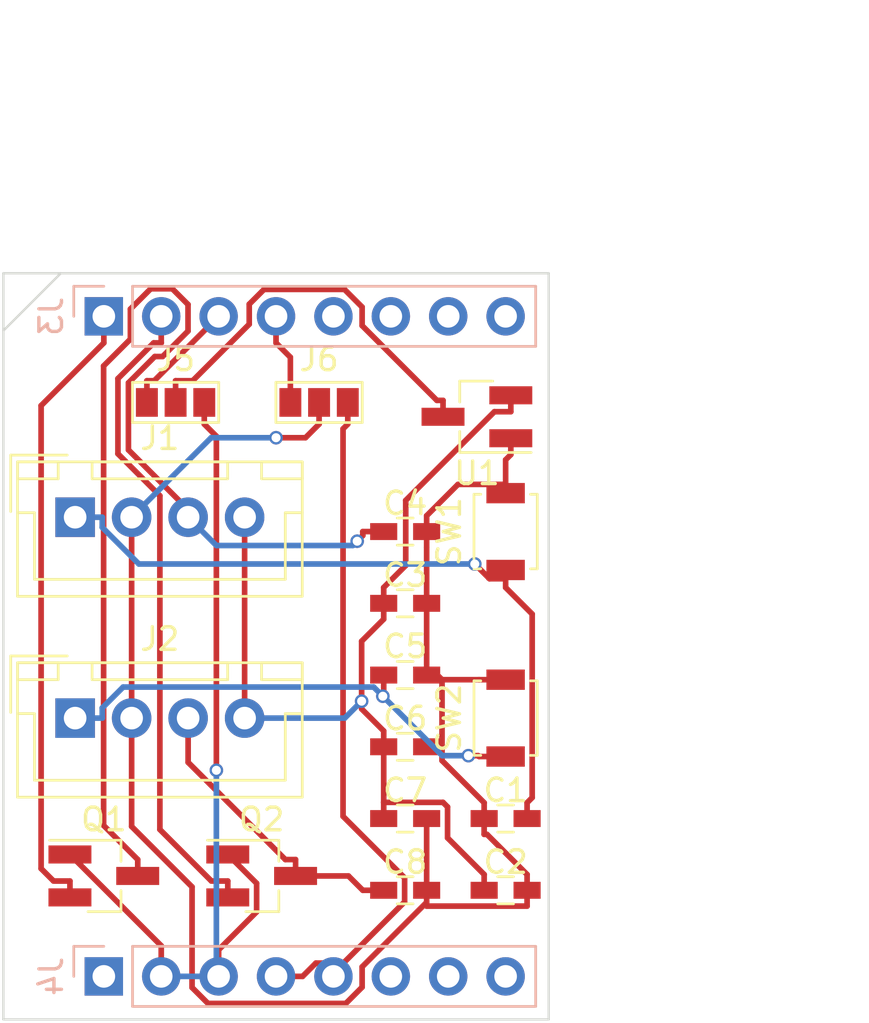
<source format=kicad_pcb>
(kicad_pcb (version 4) (host pcbnew 4.0.7-e2-6376~58~ubuntu17.04.1)

  (general
    (links 38)
    (no_connects 0)
    (area 154.254999 89.484999 178.485001 122.605001)
    (thickness 1.6)
    (drawings 7)
    (tracks 181)
    (zones 0)
    (modules 19)
    (nets 22)
  )

  (page A4)
  (layers
    (0 F.Cu signal)
    (31 B.Cu signal)
    (32 B.Adhes user)
    (33 F.Adhes user)
    (34 B.Paste user)
    (35 F.Paste user)
    (36 B.SilkS user)
    (37 F.SilkS user)
    (38 B.Mask user)
    (39 F.Mask user)
    (40 Dwgs.User user)
    (41 Cmts.User user)
    (42 Eco1.User user)
    (43 Eco2.User user)
    (44 Edge.Cuts user)
    (45 Margin user)
    (46 B.CrtYd user)
    (47 F.CrtYd user)
    (48 B.Fab user)
    (49 F.Fab user)
  )

  (setup
    (last_trace_width 0.25)
    (trace_clearance 0.2)
    (zone_clearance 0.508)
    (zone_45_only no)
    (trace_min 0.2)
    (segment_width 0.2)
    (edge_width 0.1)
    (via_size 0.6)
    (via_drill 0.4)
    (via_min_size 0.4)
    (via_min_drill 0.3)
    (uvia_size 0.3)
    (uvia_drill 0.1)
    (uvias_allowed no)
    (uvia_min_size 0.2)
    (uvia_min_drill 0.1)
    (pcb_text_width 0.3)
    (pcb_text_size 1.5 1.5)
    (mod_edge_width 0.15)
    (mod_text_size 1 1)
    (mod_text_width 0.15)
    (pad_size 1.5 1.5)
    (pad_drill 0.6)
    (pad_to_mask_clearance 0)
    (aux_axis_origin 0 0)
    (visible_elements FFFFFF7F)
    (pcbplotparams
      (layerselection 0x00030_80000001)
      (usegerberextensions false)
      (excludeedgelayer true)
      (linewidth 0.100000)
      (plotframeref false)
      (viasonmask false)
      (mode 1)
      (useauxorigin false)
      (hpglpennumber 1)
      (hpglpenspeed 20)
      (hpglpendiameter 15)
      (hpglpenoverlay 2)
      (psnegative false)
      (psa4output false)
      (plotreference true)
      (plotvalue true)
      (plotinvisibletext false)
      (padsonsilk false)
      (subtractmaskfromsilk false)
      (outputformat 1)
      (mirror false)
      (drillshape 1)
      (scaleselection 1)
      (outputdirectory ""))
  )

  (net 0 "")
  (net 1 "Net-(C1-Pad1)")
  (net 2 "Net-(C1-Pad2)")
  (net 3 +5V)
  (net 4 /D3_5V)
  (net 5 "Net-(C5-Pad2)")
  (net 6 /D4_5V)
  (net 7 /D3)
  (net 8 /D4)
  (net 9 /D5)
  (net 10 /D6)
  (net 11 /D7)
  (net 12 /A0)
  (net 13 /A1)
  (net 14 /BAT+)
  (net 15 +3V3)
  (net 16 GND)
  (net 17 /A4)
  (net 18 /A5)
  (net 19 "Net-(J5-Pad2)")
  (net 20 /A6)
  (net 21 /A7)

  (net_class Default "Ceci est la Netclass par défaut"
    (clearance 0.2)
    (trace_width 0.25)
    (via_dia 0.6)
    (via_drill 0.4)
    (uvia_dia 0.3)
    (uvia_drill 0.1)
    (add_net +3V3)
    (add_net +5V)
    (add_net /A0)
    (add_net /A1)
    (add_net /A4)
    (add_net /A5)
    (add_net /A6)
    (add_net /A7)
    (add_net /BAT+)
    (add_net /D3)
    (add_net /D3_5V)
    (add_net /D4)
    (add_net /D4_5V)
    (add_net /D5)
    (add_net /D6)
    (add_net /D7)
    (add_net GND)
    (add_net "Net-(C1-Pad1)")
    (add_net "Net-(C1-Pad2)")
    (add_net "Net-(C5-Pad2)")
    (add_net "Net-(J5-Pad2)")
  )

  (module Capacitors_SMD:C_0603_HandSoldering (layer F.Cu) (tedit 59CD1E65) (tstamp 59CD1B7F)
    (at 176.53 113.665)
    (descr "Capacitor SMD 0603, hand soldering")
    (tags "capacitor 0603")
    (path /598082BB)
    (attr smd)
    (fp_text reference C1 (at 0 -1.25) (layer F.SilkS)
      (effects (font (size 1 1) (thickness 0.15)))
    )
    (fp_text value 100nF (at 0 1.5) (layer F.Fab) hide
      (effects (font (size 1 1) (thickness 0.15)))
    )
    (fp_text user %R (at 0 -1.25) (layer F.Fab)
      (effects (font (size 1 1) (thickness 0.15)))
    )
    (fp_line (start -0.8 0.4) (end -0.8 -0.4) (layer F.Fab) (width 0.1))
    (fp_line (start 0.8 0.4) (end -0.8 0.4) (layer F.Fab) (width 0.1))
    (fp_line (start 0.8 -0.4) (end 0.8 0.4) (layer F.Fab) (width 0.1))
    (fp_line (start -0.8 -0.4) (end 0.8 -0.4) (layer F.Fab) (width 0.1))
    (fp_line (start -0.35 -0.6) (end 0.35 -0.6) (layer F.SilkS) (width 0.12))
    (fp_line (start 0.35 0.6) (end -0.35 0.6) (layer F.SilkS) (width 0.12))
    (fp_line (start -1.8 -0.65) (end 1.8 -0.65) (layer F.CrtYd) (width 0.05))
    (fp_line (start -1.8 -0.65) (end -1.8 0.65) (layer F.CrtYd) (width 0.05))
    (fp_line (start 1.8 0.65) (end 1.8 -0.65) (layer F.CrtYd) (width 0.05))
    (fp_line (start 1.8 0.65) (end -1.8 0.65) (layer F.CrtYd) (width 0.05))
    (pad 1 smd rect (at -0.95 0) (size 1.2 0.75) (layers F.Cu F.Paste F.Mask)
      (net 1 "Net-(C1-Pad1)"))
    (pad 2 smd rect (at 0.95 0) (size 1.2 0.75) (layers F.Cu F.Paste F.Mask)
      (net 2 "Net-(C1-Pad2)"))
    (model Capacitors_SMD.3dshapes/C_0603.wrl
      (at (xyz 0 0 0))
      (scale (xyz 1 1 1))
      (rotate (xyz 0 0 0))
    )
  )

  (module Capacitors_SMD:C_0603_HandSoldering (layer F.Cu) (tedit 59CD1E6E) (tstamp 59CD1B85)
    (at 176.53 116.84)
    (descr "Capacitor SMD 0603, hand soldering")
    (tags "capacitor 0603")
    (path /59808564)
    (attr smd)
    (fp_text reference C2 (at 0 -1.25) (layer F.SilkS)
      (effects (font (size 1 1) (thickness 0.15)))
    )
    (fp_text value 10uF (at 0 1.5) (layer F.Fab) hide
      (effects (font (size 1 1) (thickness 0.15)))
    )
    (fp_text user %R (at 0 -1.25) (layer F.Fab)
      (effects (font (size 1 1) (thickness 0.15)))
    )
    (fp_line (start -0.8 0.4) (end -0.8 -0.4) (layer F.Fab) (width 0.1))
    (fp_line (start 0.8 0.4) (end -0.8 0.4) (layer F.Fab) (width 0.1))
    (fp_line (start 0.8 -0.4) (end 0.8 0.4) (layer F.Fab) (width 0.1))
    (fp_line (start -0.8 -0.4) (end 0.8 -0.4) (layer F.Fab) (width 0.1))
    (fp_line (start -0.35 -0.6) (end 0.35 -0.6) (layer F.SilkS) (width 0.12))
    (fp_line (start 0.35 0.6) (end -0.35 0.6) (layer F.SilkS) (width 0.12))
    (fp_line (start -1.8 -0.65) (end 1.8 -0.65) (layer F.CrtYd) (width 0.05))
    (fp_line (start -1.8 -0.65) (end -1.8 0.65) (layer F.CrtYd) (width 0.05))
    (fp_line (start 1.8 0.65) (end 1.8 -0.65) (layer F.CrtYd) (width 0.05))
    (fp_line (start 1.8 0.65) (end -1.8 0.65) (layer F.CrtYd) (width 0.05))
    (pad 1 smd rect (at -0.95 0) (size 1.2 0.75) (layers F.Cu F.Paste F.Mask)
      (net 3 +5V))
    (pad 2 smd rect (at 0.95 0) (size 1.2 0.75) (layers F.Cu F.Paste F.Mask)
      (net 1 "Net-(C1-Pad1)"))
    (model Capacitors_SMD.3dshapes/C_0603.wrl
      (at (xyz 0 0 0))
      (scale (xyz 1 1 1))
      (rotate (xyz 0 0 0))
    )
  )

  (module Capacitors_SMD:C_0603_HandSoldering (layer F.Cu) (tedit 59CD1E5B) (tstamp 59CD1B8B)
    (at 172.085 104.14)
    (descr "Capacitor SMD 0603, hand soldering")
    (tags "capacitor 0603")
    (path /5980851E)
    (attr smd)
    (fp_text reference C3 (at 0 -1.25) (layer F.SilkS)
      (effects (font (size 1 1) (thickness 0.15)))
    )
    (fp_text value 100nF (at 0 1.5) (layer F.Fab) hide
      (effects (font (size 1 1) (thickness 0.15)))
    )
    (fp_text user %R (at 0 -1.25) (layer F.Fab)
      (effects (font (size 1 1) (thickness 0.15)))
    )
    (fp_line (start -0.8 0.4) (end -0.8 -0.4) (layer F.Fab) (width 0.1))
    (fp_line (start 0.8 0.4) (end -0.8 0.4) (layer F.Fab) (width 0.1))
    (fp_line (start 0.8 -0.4) (end 0.8 0.4) (layer F.Fab) (width 0.1))
    (fp_line (start -0.8 -0.4) (end 0.8 -0.4) (layer F.Fab) (width 0.1))
    (fp_line (start -0.35 -0.6) (end 0.35 -0.6) (layer F.SilkS) (width 0.12))
    (fp_line (start 0.35 0.6) (end -0.35 0.6) (layer F.SilkS) (width 0.12))
    (fp_line (start -1.8 -0.65) (end 1.8 -0.65) (layer F.CrtYd) (width 0.05))
    (fp_line (start -1.8 -0.65) (end -1.8 0.65) (layer F.CrtYd) (width 0.05))
    (fp_line (start 1.8 0.65) (end 1.8 -0.65) (layer F.CrtYd) (width 0.05))
    (fp_line (start 1.8 0.65) (end -1.8 0.65) (layer F.CrtYd) (width 0.05))
    (pad 1 smd rect (at -0.95 0) (size 1.2 0.75) (layers F.Cu F.Paste F.Mask)
      (net 3 +5V))
    (pad 2 smd rect (at 0.95 0) (size 1.2 0.75) (layers F.Cu F.Paste F.Mask)
      (net 1 "Net-(C1-Pad1)"))
    (model Capacitors_SMD.3dshapes/C_0603.wrl
      (at (xyz 0 0 0))
      (scale (xyz 1 1 1))
      (rotate (xyz 0 0 0))
    )
  )

  (module Capacitors_SMD:C_0603_HandSoldering (layer F.Cu) (tedit 59CD1E5F) (tstamp 59CD1B91)
    (at 172.085 100.965)
    (descr "Capacitor SMD 0603, hand soldering")
    (tags "capacitor 0603")
    (path /598084E3)
    (attr smd)
    (fp_text reference C4 (at 0 -1.25) (layer F.SilkS)
      (effects (font (size 1 1) (thickness 0.15)))
    )
    (fp_text value 100nF (at 0 1.5) (layer F.Fab) hide
      (effects (font (size 1 1) (thickness 0.15)))
    )
    (fp_text user %R (at 0 -1.25) (layer F.Fab)
      (effects (font (size 1 1) (thickness 0.15)))
    )
    (fp_line (start -0.8 0.4) (end -0.8 -0.4) (layer F.Fab) (width 0.1))
    (fp_line (start 0.8 0.4) (end -0.8 0.4) (layer F.Fab) (width 0.1))
    (fp_line (start 0.8 -0.4) (end 0.8 0.4) (layer F.Fab) (width 0.1))
    (fp_line (start -0.8 -0.4) (end 0.8 -0.4) (layer F.Fab) (width 0.1))
    (fp_line (start -0.35 -0.6) (end 0.35 -0.6) (layer F.SilkS) (width 0.12))
    (fp_line (start 0.35 0.6) (end -0.35 0.6) (layer F.SilkS) (width 0.12))
    (fp_line (start -1.8 -0.65) (end 1.8 -0.65) (layer F.CrtYd) (width 0.05))
    (fp_line (start -1.8 -0.65) (end -1.8 0.65) (layer F.CrtYd) (width 0.05))
    (fp_line (start 1.8 0.65) (end 1.8 -0.65) (layer F.CrtYd) (width 0.05))
    (fp_line (start 1.8 0.65) (end -1.8 0.65) (layer F.CrtYd) (width 0.05))
    (pad 1 smd rect (at -0.95 0) (size 1.2 0.75) (layers F.Cu F.Paste F.Mask)
      (net 4 /D3_5V))
    (pad 2 smd rect (at 0.95 0) (size 1.2 0.75) (layers F.Cu F.Paste F.Mask)
      (net 1 "Net-(C1-Pad1)"))
    (model Capacitors_SMD.3dshapes/C_0603.wrl
      (at (xyz 0 0 0))
      (scale (xyz 1 1 1))
      (rotate (xyz 0 0 0))
    )
  )

  (module Capacitors_SMD:C_0603_HandSoldering (layer F.Cu) (tedit 59CD1EF9) (tstamp 59CD1B97)
    (at 172.085 107.315 180)
    (descr "Capacitor SMD 0603, hand soldering")
    (tags "capacitor 0603")
    (path /59809B2A)
    (attr smd)
    (fp_text reference C5 (at 0 1.27 180) (layer F.SilkS)
      (effects (font (size 1 1) (thickness 0.15)))
    )
    (fp_text value 100nF (at 0 1.5 180) (layer F.Fab) hide
      (effects (font (size 1 1) (thickness 0.15)))
    )
    (fp_text user %R (at 0 1.27 180) (layer F.Fab)
      (effects (font (size 1 1) (thickness 0.15)))
    )
    (fp_line (start -0.8 0.4) (end -0.8 -0.4) (layer F.Fab) (width 0.1))
    (fp_line (start 0.8 0.4) (end -0.8 0.4) (layer F.Fab) (width 0.1))
    (fp_line (start 0.8 -0.4) (end 0.8 0.4) (layer F.Fab) (width 0.1))
    (fp_line (start -0.8 -0.4) (end 0.8 -0.4) (layer F.Fab) (width 0.1))
    (fp_line (start -0.35 -0.6) (end 0.35 -0.6) (layer F.SilkS) (width 0.12))
    (fp_line (start 0.35 0.6) (end -0.35 0.6) (layer F.SilkS) (width 0.12))
    (fp_line (start -1.8 -0.65) (end 1.8 -0.65) (layer F.CrtYd) (width 0.05))
    (fp_line (start -1.8 -0.65) (end -1.8 0.65) (layer F.CrtYd) (width 0.05))
    (fp_line (start 1.8 0.65) (end 1.8 -0.65) (layer F.CrtYd) (width 0.05))
    (fp_line (start 1.8 0.65) (end -1.8 0.65) (layer F.CrtYd) (width 0.05))
    (pad 1 smd rect (at -0.95 0 180) (size 1.2 0.75) (layers F.Cu F.Paste F.Mask)
      (net 1 "Net-(C1-Pad1)"))
    (pad 2 smd rect (at 0.95 0 180) (size 1.2 0.75) (layers F.Cu F.Paste F.Mask)
      (net 5 "Net-(C5-Pad2)"))
    (model Capacitors_SMD.3dshapes/C_0603.wrl
      (at (xyz 0 0 0))
      (scale (xyz 1 1 1))
      (rotate (xyz 0 0 0))
    )
  )

  (module Capacitors_SMD:C_0603_HandSoldering (layer F.Cu) (tedit 59CD1E47) (tstamp 59CD1B9D)
    (at 172.085 110.49)
    (descr "Capacitor SMD 0603, hand soldering")
    (tags "capacitor 0603")
    (path /59809B3C)
    (attr smd)
    (fp_text reference C6 (at 0 -1.25) (layer F.SilkS)
      (effects (font (size 1 1) (thickness 0.15)))
    )
    (fp_text value 10uF (at 0 1.5) (layer F.Fab) hide
      (effects (font (size 1 1) (thickness 0.15)))
    )
    (fp_text user %R (at 0 -1.25) (layer F.Fab)
      (effects (font (size 1 1) (thickness 0.15)))
    )
    (fp_line (start -0.8 0.4) (end -0.8 -0.4) (layer F.Fab) (width 0.1))
    (fp_line (start 0.8 0.4) (end -0.8 0.4) (layer F.Fab) (width 0.1))
    (fp_line (start 0.8 -0.4) (end 0.8 0.4) (layer F.Fab) (width 0.1))
    (fp_line (start -0.8 -0.4) (end 0.8 -0.4) (layer F.Fab) (width 0.1))
    (fp_line (start -0.35 -0.6) (end 0.35 -0.6) (layer F.SilkS) (width 0.12))
    (fp_line (start 0.35 0.6) (end -0.35 0.6) (layer F.SilkS) (width 0.12))
    (fp_line (start -1.8 -0.65) (end 1.8 -0.65) (layer F.CrtYd) (width 0.05))
    (fp_line (start -1.8 -0.65) (end -1.8 0.65) (layer F.CrtYd) (width 0.05))
    (fp_line (start 1.8 0.65) (end 1.8 -0.65) (layer F.CrtYd) (width 0.05))
    (fp_line (start 1.8 0.65) (end -1.8 0.65) (layer F.CrtYd) (width 0.05))
    (pad 1 smd rect (at -0.95 0) (size 1.2 0.75) (layers F.Cu F.Paste F.Mask)
      (net 3 +5V))
    (pad 2 smd rect (at 0.95 0) (size 1.2 0.75) (layers F.Cu F.Paste F.Mask)
      (net 1 "Net-(C1-Pad1)"))
    (model Capacitors_SMD.3dshapes/C_0603.wrl
      (at (xyz 0 0 0))
      (scale (xyz 1 1 1))
      (rotate (xyz 0 0 0))
    )
  )

  (module Capacitors_SMD:C_0603_HandSoldering (layer F.Cu) (tedit 59CD1E44) (tstamp 59CD1BA3)
    (at 172.085 113.665)
    (descr "Capacitor SMD 0603, hand soldering")
    (tags "capacitor 0603")
    (path /59809B36)
    (attr smd)
    (fp_text reference C7 (at 0 -1.25) (layer F.SilkS)
      (effects (font (size 1 1) (thickness 0.15)))
    )
    (fp_text value 100nF (at 0 1.5) (layer F.Fab) hide
      (effects (font (size 1 1) (thickness 0.15)))
    )
    (fp_text user %R (at 0 -1.25) (layer F.Fab)
      (effects (font (size 1 1) (thickness 0.15)))
    )
    (fp_line (start -0.8 0.4) (end -0.8 -0.4) (layer F.Fab) (width 0.1))
    (fp_line (start 0.8 0.4) (end -0.8 0.4) (layer F.Fab) (width 0.1))
    (fp_line (start 0.8 -0.4) (end 0.8 0.4) (layer F.Fab) (width 0.1))
    (fp_line (start -0.8 -0.4) (end 0.8 -0.4) (layer F.Fab) (width 0.1))
    (fp_line (start -0.35 -0.6) (end 0.35 -0.6) (layer F.SilkS) (width 0.12))
    (fp_line (start 0.35 0.6) (end -0.35 0.6) (layer F.SilkS) (width 0.12))
    (fp_line (start -1.8 -0.65) (end 1.8 -0.65) (layer F.CrtYd) (width 0.05))
    (fp_line (start -1.8 -0.65) (end -1.8 0.65) (layer F.CrtYd) (width 0.05))
    (fp_line (start 1.8 0.65) (end 1.8 -0.65) (layer F.CrtYd) (width 0.05))
    (fp_line (start 1.8 0.65) (end -1.8 0.65) (layer F.CrtYd) (width 0.05))
    (pad 1 smd rect (at -0.95 0) (size 1.2 0.75) (layers F.Cu F.Paste F.Mask)
      (net 3 +5V))
    (pad 2 smd rect (at 0.95 0) (size 1.2 0.75) (layers F.Cu F.Paste F.Mask)
      (net 1 "Net-(C1-Pad1)"))
    (model Capacitors_SMD.3dshapes/C_0603.wrl
      (at (xyz 0 0 0))
      (scale (xyz 1 1 1))
      (rotate (xyz 0 0 0))
    )
  )

  (module Capacitors_SMD:C_0603_HandSoldering (layer F.Cu) (tedit 59CD1E42) (tstamp 59CD1BA9)
    (at 172.085 116.84)
    (descr "Capacitor SMD 0603, hand soldering")
    (tags "capacitor 0603")
    (path /59809B30)
    (attr smd)
    (fp_text reference C8 (at 0 -1.25) (layer F.SilkS)
      (effects (font (size 1 1) (thickness 0.15)))
    )
    (fp_text value 100nF (at 0 1.5) (layer F.Fab) hide
      (effects (font (size 1 1) (thickness 0.15)))
    )
    (fp_text user %R (at 0 -1.25) (layer F.Fab)
      (effects (font (size 1 1) (thickness 0.15)))
    )
    (fp_line (start -0.8 0.4) (end -0.8 -0.4) (layer F.Fab) (width 0.1))
    (fp_line (start 0.8 0.4) (end -0.8 0.4) (layer F.Fab) (width 0.1))
    (fp_line (start 0.8 -0.4) (end 0.8 0.4) (layer F.Fab) (width 0.1))
    (fp_line (start -0.8 -0.4) (end 0.8 -0.4) (layer F.Fab) (width 0.1))
    (fp_line (start -0.35 -0.6) (end 0.35 -0.6) (layer F.SilkS) (width 0.12))
    (fp_line (start 0.35 0.6) (end -0.35 0.6) (layer F.SilkS) (width 0.12))
    (fp_line (start -1.8 -0.65) (end 1.8 -0.65) (layer F.CrtYd) (width 0.05))
    (fp_line (start -1.8 -0.65) (end -1.8 0.65) (layer F.CrtYd) (width 0.05))
    (fp_line (start 1.8 0.65) (end 1.8 -0.65) (layer F.CrtYd) (width 0.05))
    (fp_line (start 1.8 0.65) (end -1.8 0.65) (layer F.CrtYd) (width 0.05))
    (pad 1 smd rect (at -0.95 0) (size 1.2 0.75) (layers F.Cu F.Paste F.Mask)
      (net 6 /D4_5V))
    (pad 2 smd rect (at 0.95 0) (size 1.2 0.75) (layers F.Cu F.Paste F.Mask)
      (net 1 "Net-(C1-Pad1)"))
    (model Capacitors_SMD.3dshapes/C_0603.wrl
      (at (xyz 0 0 0))
      (scale (xyz 1 1 1))
      (rotate (xyz 0 0 0))
    )
  )

  (module Connectors_JST:JST_XH_B04B-XH-A_04x2.50mm_Straight (layer F.Cu) (tedit 59CD1E6A) (tstamp 59CD1BB1)
    (at 157.48 100.33)
    (descr "JST XH series connector, B04B-XH-A, top entry type, through hole")
    (tags "connector jst xh tht top vertical 2.50mm")
    (path /59808268)
    (fp_text reference J1 (at 3.75 -3.5) (layer F.SilkS)
      (effects (font (size 1 1) (thickness 0.15)))
    )
    (fp_text value CONN_01X04 (at 3.75 4.5) (layer F.Fab) hide
      (effects (font (size 1 1) (thickness 0.15)))
    )
    (fp_line (start -2.45 -2.35) (end -2.45 3.4) (layer F.Fab) (width 0.1))
    (fp_line (start -2.45 3.4) (end 9.95 3.4) (layer F.Fab) (width 0.1))
    (fp_line (start 9.95 3.4) (end 9.95 -2.35) (layer F.Fab) (width 0.1))
    (fp_line (start 9.95 -2.35) (end -2.45 -2.35) (layer F.Fab) (width 0.1))
    (fp_line (start -2.95 -2.85) (end -2.95 3.9) (layer F.CrtYd) (width 0.05))
    (fp_line (start -2.95 3.9) (end 10.45 3.9) (layer F.CrtYd) (width 0.05))
    (fp_line (start 10.45 3.9) (end 10.45 -2.85) (layer F.CrtYd) (width 0.05))
    (fp_line (start 10.45 -2.85) (end -2.95 -2.85) (layer F.CrtYd) (width 0.05))
    (fp_line (start -2.55 -2.45) (end -2.55 3.5) (layer F.SilkS) (width 0.12))
    (fp_line (start -2.55 3.5) (end 10.05 3.5) (layer F.SilkS) (width 0.12))
    (fp_line (start 10.05 3.5) (end 10.05 -2.45) (layer F.SilkS) (width 0.12))
    (fp_line (start 10.05 -2.45) (end -2.55 -2.45) (layer F.SilkS) (width 0.12))
    (fp_line (start 0.75 -2.45) (end 0.75 -1.7) (layer F.SilkS) (width 0.12))
    (fp_line (start 0.75 -1.7) (end 6.75 -1.7) (layer F.SilkS) (width 0.12))
    (fp_line (start 6.75 -1.7) (end 6.75 -2.45) (layer F.SilkS) (width 0.12))
    (fp_line (start 6.75 -2.45) (end 0.75 -2.45) (layer F.SilkS) (width 0.12))
    (fp_line (start -2.55 -2.45) (end -2.55 -1.7) (layer F.SilkS) (width 0.12))
    (fp_line (start -2.55 -1.7) (end -0.75 -1.7) (layer F.SilkS) (width 0.12))
    (fp_line (start -0.75 -1.7) (end -0.75 -2.45) (layer F.SilkS) (width 0.12))
    (fp_line (start -0.75 -2.45) (end -2.55 -2.45) (layer F.SilkS) (width 0.12))
    (fp_line (start 8.25 -2.45) (end 8.25 -1.7) (layer F.SilkS) (width 0.12))
    (fp_line (start 8.25 -1.7) (end 10.05 -1.7) (layer F.SilkS) (width 0.12))
    (fp_line (start 10.05 -1.7) (end 10.05 -2.45) (layer F.SilkS) (width 0.12))
    (fp_line (start 10.05 -2.45) (end 8.25 -2.45) (layer F.SilkS) (width 0.12))
    (fp_line (start -2.55 -0.2) (end -1.8 -0.2) (layer F.SilkS) (width 0.12))
    (fp_line (start -1.8 -0.2) (end -1.8 2.75) (layer F.SilkS) (width 0.12))
    (fp_line (start -1.8 2.75) (end 3.75 2.75) (layer F.SilkS) (width 0.12))
    (fp_line (start 10.05 -0.2) (end 9.3 -0.2) (layer F.SilkS) (width 0.12))
    (fp_line (start 9.3 -0.2) (end 9.3 2.75) (layer F.SilkS) (width 0.12))
    (fp_line (start 9.3 2.75) (end 3.75 2.75) (layer F.SilkS) (width 0.12))
    (fp_line (start -0.35 -2.75) (end -2.85 -2.75) (layer F.SilkS) (width 0.12))
    (fp_line (start -2.85 -2.75) (end -2.85 -0.25) (layer F.SilkS) (width 0.12))
    (fp_line (start -0.35 -2.75) (end -2.85 -2.75) (layer F.Fab) (width 0.1))
    (fp_line (start -2.85 -2.75) (end -2.85 -0.25) (layer F.Fab) (width 0.1))
    (fp_text user %R (at 3.75 2.5) (layer F.Fab) hide
      (effects (font (size 1 1) (thickness 0.15)))
    )
    (pad 1 thru_hole rect (at 0 0) (size 1.75 1.75) (drill 1) (layers *.Cu *.Mask)
      (net 2 "Net-(C1-Pad2)"))
    (pad 2 thru_hole circle (at 2.5 0) (size 1.75 1.75) (drill 1) (layers *.Cu *.Mask)
      (net 1 "Net-(C1-Pad1)"))
    (pad 3 thru_hole circle (at 5 0) (size 1.75 1.75) (drill 1) (layers *.Cu *.Mask)
      (net 4 /D3_5V))
    (pad 4 thru_hole circle (at 7.5 0) (size 1.75 1.75) (drill 1) (layers *.Cu *.Mask)
      (net 3 +5V))
    (model Connectors_JST.3dshapes/JST_XH_B04B-XH-A_04x2.50mm_Straight.wrl
      (at (xyz 0 0 0))
      (scale (xyz 1 1 1))
      (rotate (xyz 0 0 0))
    )
  )

  (module Connectors_JST:JST_XH_B04B-XH-A_04x2.50mm_Straight (layer F.Cu) (tedit 59CD1E54) (tstamp 59CD1BB9)
    (at 157.48 109.22)
    (descr "JST XH series connector, B04B-XH-A, top entry type, through hole")
    (tags "connector jst xh tht top vertical 2.50mm")
    (path /59809B24)
    (fp_text reference J2 (at 3.75 -3.5) (layer F.SilkS)
      (effects (font (size 1 1) (thickness 0.15)))
    )
    (fp_text value CONN_01X04 (at 3.75 4.5) (layer F.Fab) hide
      (effects (font (size 1 1) (thickness 0.15)))
    )
    (fp_line (start -2.45 -2.35) (end -2.45 3.4) (layer F.Fab) (width 0.1))
    (fp_line (start -2.45 3.4) (end 9.95 3.4) (layer F.Fab) (width 0.1))
    (fp_line (start 9.95 3.4) (end 9.95 -2.35) (layer F.Fab) (width 0.1))
    (fp_line (start 9.95 -2.35) (end -2.45 -2.35) (layer F.Fab) (width 0.1))
    (fp_line (start -2.95 -2.85) (end -2.95 3.9) (layer F.CrtYd) (width 0.05))
    (fp_line (start -2.95 3.9) (end 10.45 3.9) (layer F.CrtYd) (width 0.05))
    (fp_line (start 10.45 3.9) (end 10.45 -2.85) (layer F.CrtYd) (width 0.05))
    (fp_line (start 10.45 -2.85) (end -2.95 -2.85) (layer F.CrtYd) (width 0.05))
    (fp_line (start -2.55 -2.45) (end -2.55 3.5) (layer F.SilkS) (width 0.12))
    (fp_line (start -2.55 3.5) (end 10.05 3.5) (layer F.SilkS) (width 0.12))
    (fp_line (start 10.05 3.5) (end 10.05 -2.45) (layer F.SilkS) (width 0.12))
    (fp_line (start 10.05 -2.45) (end -2.55 -2.45) (layer F.SilkS) (width 0.12))
    (fp_line (start 0.75 -2.45) (end 0.75 -1.7) (layer F.SilkS) (width 0.12))
    (fp_line (start 0.75 -1.7) (end 6.75 -1.7) (layer F.SilkS) (width 0.12))
    (fp_line (start 6.75 -1.7) (end 6.75 -2.45) (layer F.SilkS) (width 0.12))
    (fp_line (start 6.75 -2.45) (end 0.75 -2.45) (layer F.SilkS) (width 0.12))
    (fp_line (start -2.55 -2.45) (end -2.55 -1.7) (layer F.SilkS) (width 0.12))
    (fp_line (start -2.55 -1.7) (end -0.75 -1.7) (layer F.SilkS) (width 0.12))
    (fp_line (start -0.75 -1.7) (end -0.75 -2.45) (layer F.SilkS) (width 0.12))
    (fp_line (start -0.75 -2.45) (end -2.55 -2.45) (layer F.SilkS) (width 0.12))
    (fp_line (start 8.25 -2.45) (end 8.25 -1.7) (layer F.SilkS) (width 0.12))
    (fp_line (start 8.25 -1.7) (end 10.05 -1.7) (layer F.SilkS) (width 0.12))
    (fp_line (start 10.05 -1.7) (end 10.05 -2.45) (layer F.SilkS) (width 0.12))
    (fp_line (start 10.05 -2.45) (end 8.25 -2.45) (layer F.SilkS) (width 0.12))
    (fp_line (start -2.55 -0.2) (end -1.8 -0.2) (layer F.SilkS) (width 0.12))
    (fp_line (start -1.8 -0.2) (end -1.8 2.75) (layer F.SilkS) (width 0.12))
    (fp_line (start -1.8 2.75) (end 3.75 2.75) (layer F.SilkS) (width 0.12))
    (fp_line (start 10.05 -0.2) (end 9.3 -0.2) (layer F.SilkS) (width 0.12))
    (fp_line (start 9.3 -0.2) (end 9.3 2.75) (layer F.SilkS) (width 0.12))
    (fp_line (start 9.3 2.75) (end 3.75 2.75) (layer F.SilkS) (width 0.12))
    (fp_line (start -0.35 -2.75) (end -2.85 -2.75) (layer F.SilkS) (width 0.12))
    (fp_line (start -2.85 -2.75) (end -2.85 -0.25) (layer F.SilkS) (width 0.12))
    (fp_line (start -0.35 -2.75) (end -2.85 -2.75) (layer F.Fab) (width 0.1))
    (fp_line (start -2.85 -2.75) (end -2.85 -0.25) (layer F.Fab) (width 0.1))
    (fp_text user %R (at 3.75 2.5) (layer F.Fab) hide
      (effects (font (size 1 1) (thickness 0.15)))
    )
    (pad 1 thru_hole rect (at 0 0) (size 1.75 1.75) (drill 1) (layers *.Cu *.Mask)
      (net 5 "Net-(C5-Pad2)"))
    (pad 2 thru_hole circle (at 2.5 0) (size 1.75 1.75) (drill 1) (layers *.Cu *.Mask)
      (net 1 "Net-(C1-Pad1)"))
    (pad 3 thru_hole circle (at 5 0) (size 1.75 1.75) (drill 1) (layers *.Cu *.Mask)
      (net 6 /D4_5V))
    (pad 4 thru_hole circle (at 7.5 0) (size 1.75 1.75) (drill 1) (layers *.Cu *.Mask)
      (net 3 +5V))
    (model Connectors_JST.3dshapes/JST_XH_B04B-XH-A_04x2.50mm_Straight.wrl
      (at (xyz 0 0 0))
      (scale (xyz 1 1 1))
      (rotate (xyz 0 0 0))
    )
  )

  (module Pin_Headers:Pin_Header_Straight_1x08_Pitch2.54mm (layer B.Cu) (tedit 59CD1E1F) (tstamp 59CD1BC5)
    (at 158.75 91.44 270)
    (descr "Through hole straight pin header, 1x08, 2.54mm pitch, single row")
    (tags "Through hole pin header THT 1x08 2.54mm single row")
    (path /598047BC)
    (fp_text reference J3 (at 0 2.33 270) (layer B.SilkS)
      (effects (font (size 1 1) (thickness 0.15)) (justify mirror))
    )
    (fp_text value CONN_01X08 (at 0 -20.11 270) (layer B.Fab) hide
      (effects (font (size 1 1) (thickness 0.15)) (justify mirror))
    )
    (fp_line (start -0.635 1.27) (end 1.27 1.27) (layer B.Fab) (width 0.1))
    (fp_line (start 1.27 1.27) (end 1.27 -19.05) (layer B.Fab) (width 0.1))
    (fp_line (start 1.27 -19.05) (end -1.27 -19.05) (layer B.Fab) (width 0.1))
    (fp_line (start -1.27 -19.05) (end -1.27 0.635) (layer B.Fab) (width 0.1))
    (fp_line (start -1.27 0.635) (end -0.635 1.27) (layer B.Fab) (width 0.1))
    (fp_line (start -1.33 -19.11) (end 1.33 -19.11) (layer B.SilkS) (width 0.12))
    (fp_line (start -1.33 -1.27) (end -1.33 -19.11) (layer B.SilkS) (width 0.12))
    (fp_line (start 1.33 -1.27) (end 1.33 -19.11) (layer B.SilkS) (width 0.12))
    (fp_line (start -1.33 -1.27) (end 1.33 -1.27) (layer B.SilkS) (width 0.12))
    (fp_line (start -1.33 0) (end -1.33 1.33) (layer B.SilkS) (width 0.12))
    (fp_line (start -1.33 1.33) (end 0 1.33) (layer B.SilkS) (width 0.12))
    (fp_line (start -1.8 1.8) (end -1.8 -19.55) (layer B.CrtYd) (width 0.05))
    (fp_line (start -1.8 -19.55) (end 1.8 -19.55) (layer B.CrtYd) (width 0.05))
    (fp_line (start 1.8 -19.55) (end 1.8 1.8) (layer B.CrtYd) (width 0.05))
    (fp_line (start 1.8 1.8) (end -1.8 1.8) (layer B.CrtYd) (width 0.05))
    (fp_text user %R (at 0 -8.89 540) (layer B.Fab)
      (effects (font (size 1 1) (thickness 0.15)) (justify mirror))
    )
    (pad 1 thru_hole rect (at 0 0 270) (size 1.7 1.7) (drill 1) (layers *.Cu *.Mask)
      (net 7 /D3))
    (pad 2 thru_hole oval (at 0 -2.54 270) (size 1.7 1.7) (drill 1) (layers *.Cu *.Mask)
      (net 8 /D4))
    (pad 3 thru_hole oval (at 0 -5.08 270) (size 1.7 1.7) (drill 1) (layers *.Cu *.Mask)
      (net 9 /D5))
    (pad 4 thru_hole oval (at 0 -7.62 270) (size 1.7 1.7) (drill 1) (layers *.Cu *.Mask)
      (net 10 /D6))
    (pad 5 thru_hole oval (at 0 -10.16 270) (size 1.7 1.7) (drill 1) (layers *.Cu *.Mask)
      (net 11 /D7))
    (pad 6 thru_hole oval (at 0 -12.7 270) (size 1.7 1.7) (drill 1) (layers *.Cu *.Mask)
      (net 12 /A0))
    (pad 7 thru_hole oval (at 0 -15.24 270) (size 1.7 1.7) (drill 1) (layers *.Cu *.Mask)
      (net 13 /A1))
    (pad 8 thru_hole oval (at 0 -17.78 270) (size 1.7 1.7) (drill 1) (layers *.Cu *.Mask)
      (net 20 /A6))
    (model ${KISYS3DMOD}/Pin_Headers.3dshapes/Pin_Header_Straight_1x08_Pitch2.54mm.wrl
      (at (xyz 0 0 0))
      (scale (xyz 1 1 1))
      (rotate (xyz 0 0 0))
    )
  )

  (module Pin_Headers:Pin_Header_Straight_1x08_Pitch2.54mm (layer B.Cu) (tedit 59CD1E4C) (tstamp 59CD1BD1)
    (at 158.75 120.65 270)
    (descr "Through hole straight pin header, 1x08, 2.54mm pitch, single row")
    (tags "Through hole pin header THT 1x08 2.54mm single row")
    (path /598047EF)
    (fp_text reference J4 (at 0 2.33 270) (layer B.SilkS)
      (effects (font (size 1 1) (thickness 0.15)) (justify mirror))
    )
    (fp_text value CONN_01X08 (at 0 -20.11 270) (layer B.Fab) hide
      (effects (font (size 1 1) (thickness 0.15)) (justify mirror))
    )
    (fp_line (start -0.635 1.27) (end 1.27 1.27) (layer B.Fab) (width 0.1))
    (fp_line (start 1.27 1.27) (end 1.27 -19.05) (layer B.Fab) (width 0.1))
    (fp_line (start 1.27 -19.05) (end -1.27 -19.05) (layer B.Fab) (width 0.1))
    (fp_line (start -1.27 -19.05) (end -1.27 0.635) (layer B.Fab) (width 0.1))
    (fp_line (start -1.27 0.635) (end -0.635 1.27) (layer B.Fab) (width 0.1))
    (fp_line (start -1.33 -19.11) (end 1.33 -19.11) (layer B.SilkS) (width 0.12))
    (fp_line (start -1.33 -1.27) (end -1.33 -19.11) (layer B.SilkS) (width 0.12))
    (fp_line (start 1.33 -1.27) (end 1.33 -19.11) (layer B.SilkS) (width 0.12))
    (fp_line (start -1.33 -1.27) (end 1.33 -1.27) (layer B.SilkS) (width 0.12))
    (fp_line (start -1.33 0) (end -1.33 1.33) (layer B.SilkS) (width 0.12))
    (fp_line (start -1.33 1.33) (end 0 1.33) (layer B.SilkS) (width 0.12))
    (fp_line (start -1.8 1.8) (end -1.8 -19.55) (layer B.CrtYd) (width 0.05))
    (fp_line (start -1.8 -19.55) (end 1.8 -19.55) (layer B.CrtYd) (width 0.05))
    (fp_line (start 1.8 -19.55) (end 1.8 1.8) (layer B.CrtYd) (width 0.05))
    (fp_line (start 1.8 1.8) (end -1.8 1.8) (layer B.CrtYd) (width 0.05))
    (fp_text user %R (at 0 -8.89 540) (layer B.Fab)
      (effects (font (size 1 1) (thickness 0.15)) (justify mirror))
    )
    (pad 1 thru_hole rect (at 0 0 270) (size 1.7 1.7) (drill 1) (layers *.Cu *.Mask)
      (net 14 /BAT+))
    (pad 2 thru_hole oval (at 0 -2.54 270) (size 1.7 1.7) (drill 1) (layers *.Cu *.Mask)
      (net 15 +3V3))
    (pad 3 thru_hole oval (at 0 -5.08 270) (size 1.7 1.7) (drill 1) (layers *.Cu *.Mask)
      (net 15 +3V3))
    (pad 4 thru_hole oval (at 0 -7.62 270) (size 1.7 1.7) (drill 1) (layers *.Cu *.Mask)
      (net 16 GND))
    (pad 5 thru_hole oval (at 0 -10.16 270) (size 1.7 1.7) (drill 1) (layers *.Cu *.Mask)
      (net 16 GND))
    (pad 6 thru_hole oval (at 0 -12.7 270) (size 1.7 1.7) (drill 1) (layers *.Cu *.Mask)
      (net 17 /A4))
    (pad 7 thru_hole oval (at 0 -15.24 270) (size 1.7 1.7) (drill 1) (layers *.Cu *.Mask)
      (net 18 /A5))
    (pad 8 thru_hole oval (at 0 -17.78 270) (size 1.7 1.7) (drill 1) (layers *.Cu *.Mask)
      (net 21 /A7))
    (model ${KISYS3DMOD}/Pin_Headers.3dshapes/Pin_Header_Straight_1x08_Pitch2.54mm.wrl
      (at (xyz 0 0 0))
      (scale (xyz 1 1 1))
      (rotate (xyz 0 0 0))
    )
  )

  (module Connectors:GS3 (layer F.Cu) (tedit 59CD1E38) (tstamp 59CD1BD8)
    (at 161.925 95.25 90)
    (descr "3-pin solder bridge")
    (tags "solder bridge")
    (path /5980D5B2)
    (attr smd)
    (fp_text reference J5 (at 1.905 0 180) (layer F.SilkS)
      (effects (font (size 1 1) (thickness 0.15)))
    )
    (fp_text value GS3 (at 1.8 0 180) (layer F.Fab) hide
      (effects (font (size 1 1) (thickness 0.15)))
    )
    (fp_line (start -1.15 -2.15) (end 1.15 -2.15) (layer F.CrtYd) (width 0.05))
    (fp_line (start 1.15 -2.15) (end 1.15 2.15) (layer F.CrtYd) (width 0.05))
    (fp_line (start 1.15 2.15) (end -1.15 2.15) (layer F.CrtYd) (width 0.05))
    (fp_line (start -1.15 2.15) (end -1.15 -2.15) (layer F.CrtYd) (width 0.05))
    (fp_line (start -0.89 -1.91) (end -0.89 1.91) (layer F.SilkS) (width 0.12))
    (fp_line (start -0.89 1.91) (end 0.89 1.91) (layer F.SilkS) (width 0.12))
    (fp_line (start 0.89 1.91) (end 0.89 -1.91) (layer F.SilkS) (width 0.12))
    (fp_line (start -0.89 -1.91) (end 0.89 -1.91) (layer F.SilkS) (width 0.12))
    (pad 1 smd rect (at 0 -1.27 90) (size 1.27 0.97) (layers F.Cu F.Paste F.Mask)
      (net 9 /D5))
    (pad 2 smd rect (at 0 0 90) (size 1.27 0.97) (layers F.Cu F.Paste F.Mask)
      (net 19 "Net-(J5-Pad2)"))
    (pad 3 smd rect (at 0 1.27 90) (size 1.27 0.97) (layers F.Cu F.Paste F.Mask)
      (net 15 +3V3))
  )

  (module Connectors:GS3 (layer F.Cu) (tedit 59CD1E35) (tstamp 59CD1BDF)
    (at 168.275 95.25 90)
    (descr "3-pin solder bridge")
    (tags "solder bridge")
    (path /5980CC8F)
    (attr smd)
    (fp_text reference J6 (at 1.905 0 180) (layer F.SilkS)
      (effects (font (size 1 1) (thickness 0.15)))
    )
    (fp_text value GS3 (at 1.8 0 180) (layer F.Fab) hide
      (effects (font (size 1 1) (thickness 0.15)))
    )
    (fp_line (start -1.15 -2.15) (end 1.15 -2.15) (layer F.CrtYd) (width 0.05))
    (fp_line (start 1.15 -2.15) (end 1.15 2.15) (layer F.CrtYd) (width 0.05))
    (fp_line (start 1.15 2.15) (end -1.15 2.15) (layer F.CrtYd) (width 0.05))
    (fp_line (start -1.15 2.15) (end -1.15 -2.15) (layer F.CrtYd) (width 0.05))
    (fp_line (start -0.89 -1.91) (end -0.89 1.91) (layer F.SilkS) (width 0.12))
    (fp_line (start -0.89 1.91) (end 0.89 1.91) (layer F.SilkS) (width 0.12))
    (fp_line (start 0.89 1.91) (end 0.89 -1.91) (layer F.SilkS) (width 0.12))
    (fp_line (start -0.89 -1.91) (end 0.89 -1.91) (layer F.SilkS) (width 0.12))
    (pad 1 smd rect (at 0 -1.27 90) (size 1.27 0.97) (layers F.Cu F.Paste F.Mask)
      (net 10 /D6))
    (pad 2 smd rect (at 0 0 90) (size 1.27 0.97) (layers F.Cu F.Paste F.Mask)
      (net 1 "Net-(C1-Pad1)"))
    (pad 3 smd rect (at 0 1.27 90) (size 1.27 0.97) (layers F.Cu F.Paste F.Mask)
      (net 16 GND))
  )

  (module TO_SOT_Packages_SMD:SOT-23_Handsoldering (layer F.Cu) (tedit 59CD1E3D) (tstamp 59CD1BE6)
    (at 158.75 116.205)
    (descr "SOT-23, Handsoldering")
    (tags SOT-23)
    (path /5980A68A)
    (attr smd)
    (fp_text reference Q1 (at 0 -2.5) (layer F.SilkS)
      (effects (font (size 1 1) (thickness 0.15)))
    )
    (fp_text value BSS138 (at 0 2.5) (layer F.Fab) hide
      (effects (font (size 1 1) (thickness 0.15)))
    )
    (fp_text user %R (at 0 0 90) (layer F.Fab)
      (effects (font (size 0.5 0.5) (thickness 0.075)))
    )
    (fp_line (start 0.76 1.58) (end 0.76 0.65) (layer F.SilkS) (width 0.12))
    (fp_line (start 0.76 -1.58) (end 0.76 -0.65) (layer F.SilkS) (width 0.12))
    (fp_line (start -2.7 -1.75) (end 2.7 -1.75) (layer F.CrtYd) (width 0.05))
    (fp_line (start 2.7 -1.75) (end 2.7 1.75) (layer F.CrtYd) (width 0.05))
    (fp_line (start 2.7 1.75) (end -2.7 1.75) (layer F.CrtYd) (width 0.05))
    (fp_line (start -2.7 1.75) (end -2.7 -1.75) (layer F.CrtYd) (width 0.05))
    (fp_line (start 0.76 -1.58) (end -2.4 -1.58) (layer F.SilkS) (width 0.12))
    (fp_line (start -0.7 -0.95) (end -0.7 1.5) (layer F.Fab) (width 0.1))
    (fp_line (start -0.15 -1.52) (end 0.7 -1.52) (layer F.Fab) (width 0.1))
    (fp_line (start -0.7 -0.95) (end -0.15 -1.52) (layer F.Fab) (width 0.1))
    (fp_line (start 0.7 -1.52) (end 0.7 1.52) (layer F.Fab) (width 0.1))
    (fp_line (start -0.7 1.52) (end 0.7 1.52) (layer F.Fab) (width 0.1))
    (fp_line (start 0.76 1.58) (end -0.7 1.58) (layer F.SilkS) (width 0.12))
    (pad 1 smd rect (at -1.5 -0.95) (size 1.9 0.8) (layers F.Cu F.Paste F.Mask)
      (net 15 +3V3))
    (pad 2 smd rect (at -1.5 0.95) (size 1.9 0.8) (layers F.Cu F.Paste F.Mask)
      (net 7 /D3))
    (pad 3 smd rect (at 1.5 0) (size 1.9 0.8) (layers F.Cu F.Paste F.Mask)
      (net 4 /D3_5V))
    (model ${KISYS3DMOD}/TO_SOT_Packages_SMD.3dshapes\SOT-23.wrl
      (at (xyz 0 0 0))
      (scale (xyz 1 1 1))
      (rotate (xyz 0 0 0))
    )
  )

  (module TO_SOT_Packages_SMD:SOT-23_Handsoldering (layer F.Cu) (tedit 59CD1E3F) (tstamp 59CD1BED)
    (at 165.735 116.205)
    (descr "SOT-23, Handsoldering")
    (tags SOT-23)
    (path /5980A745)
    (attr smd)
    (fp_text reference Q2 (at 0 -2.5) (layer F.SilkS)
      (effects (font (size 1 1) (thickness 0.15)))
    )
    (fp_text value BSS138 (at 0 2.5) (layer F.Fab) hide
      (effects (font (size 1 1) (thickness 0.15)))
    )
    (fp_text user %R (at 0 0 90) (layer F.Fab)
      (effects (font (size 0.5 0.5) (thickness 0.075)))
    )
    (fp_line (start 0.76 1.58) (end 0.76 0.65) (layer F.SilkS) (width 0.12))
    (fp_line (start 0.76 -1.58) (end 0.76 -0.65) (layer F.SilkS) (width 0.12))
    (fp_line (start -2.7 -1.75) (end 2.7 -1.75) (layer F.CrtYd) (width 0.05))
    (fp_line (start 2.7 -1.75) (end 2.7 1.75) (layer F.CrtYd) (width 0.05))
    (fp_line (start 2.7 1.75) (end -2.7 1.75) (layer F.CrtYd) (width 0.05))
    (fp_line (start -2.7 1.75) (end -2.7 -1.75) (layer F.CrtYd) (width 0.05))
    (fp_line (start 0.76 -1.58) (end -2.4 -1.58) (layer F.SilkS) (width 0.12))
    (fp_line (start -0.7 -0.95) (end -0.7 1.5) (layer F.Fab) (width 0.1))
    (fp_line (start -0.15 -1.52) (end 0.7 -1.52) (layer F.Fab) (width 0.1))
    (fp_line (start -0.7 -0.95) (end -0.15 -1.52) (layer F.Fab) (width 0.1))
    (fp_line (start 0.7 -1.52) (end 0.7 1.52) (layer F.Fab) (width 0.1))
    (fp_line (start -0.7 1.52) (end 0.7 1.52) (layer F.Fab) (width 0.1))
    (fp_line (start 0.76 1.58) (end -0.7 1.58) (layer F.SilkS) (width 0.12))
    (pad 1 smd rect (at -1.5 -0.95) (size 1.9 0.8) (layers F.Cu F.Paste F.Mask)
      (net 15 +3V3))
    (pad 2 smd rect (at -1.5 0.95) (size 1.9 0.8) (layers F.Cu F.Paste F.Mask)
      (net 8 /D4))
    (pad 3 smd rect (at 1.5 0) (size 1.9 0.8) (layers F.Cu F.Paste F.Mask)
      (net 6 /D4_5V))
    (model ${KISYS3DMOD}/TO_SOT_Packages_SMD.3dshapes\SOT-23.wrl
      (at (xyz 0 0 0))
      (scale (xyz 1 1 1))
      (rotate (xyz 0 0 0))
    )
  )

  (module Buttons_Switches_SMD:SW_SPST_B3U-1000P (layer F.Cu) (tedit 59CD1E22) (tstamp 59CD1BF3)
    (at 176.53 100.965 90)
    (descr "Ultra-small-sized Tactile Switch with High Contact Reliability, Top-actuated Model, without Ground Terminal, without Boss")
    (tags "Tactile Switch")
    (path /59808B9E)
    (attr smd)
    (fp_text reference SW1 (at 0 -2.5 90) (layer F.SilkS)
      (effects (font (size 1 1) (thickness 0.15)))
    )
    (fp_text value SW_Push (at 0 2.5 90) (layer F.Fab) hide
      (effects (font (size 1 1) (thickness 0.15)))
    )
    (fp_text user %R (at 0 -2.5 90) (layer F.Fab)
      (effects (font (size 1 1) (thickness 0.15)))
    )
    (fp_line (start -2.4 1.65) (end 2.4 1.65) (layer F.CrtYd) (width 0.05))
    (fp_line (start 2.4 1.65) (end 2.4 -1.65) (layer F.CrtYd) (width 0.05))
    (fp_line (start 2.4 -1.65) (end -2.4 -1.65) (layer F.CrtYd) (width 0.05))
    (fp_line (start -2.4 -1.65) (end -2.4 1.65) (layer F.CrtYd) (width 0.05))
    (fp_line (start -1.65 1.1) (end -1.65 1.4) (layer F.SilkS) (width 0.12))
    (fp_line (start -1.65 1.4) (end 1.65 1.4) (layer F.SilkS) (width 0.12))
    (fp_line (start 1.65 1.4) (end 1.65 1.1) (layer F.SilkS) (width 0.12))
    (fp_line (start -1.65 -1.1) (end -1.65 -1.4) (layer F.SilkS) (width 0.12))
    (fp_line (start -1.65 -1.4) (end 1.65 -1.4) (layer F.SilkS) (width 0.12))
    (fp_line (start 1.65 -1.4) (end 1.65 -1.1) (layer F.SilkS) (width 0.12))
    (fp_line (start -1.5 -1.25) (end 1.5 -1.25) (layer F.Fab) (width 0.1))
    (fp_line (start 1.5 -1.25) (end 1.5 1.25) (layer F.Fab) (width 0.1))
    (fp_line (start 1.5 1.25) (end -1.5 1.25) (layer F.Fab) (width 0.1))
    (fp_line (start -1.5 1.25) (end -1.5 -1.25) (layer F.Fab) (width 0.1))
    (fp_circle (center 0 0) (end 0.75 0) (layer F.Fab) (width 0.1))
    (pad 1 smd rect (at -1.7 0 90) (size 0.9 1.7) (layers F.Cu F.Paste F.Mask)
      (net 2 "Net-(C1-Pad2)"))
    (pad 2 smd rect (at 1.7 0 90) (size 0.9 1.7) (layers F.Cu F.Paste F.Mask)
      (net 1 "Net-(C1-Pad1)"))
    (model ${KISYS3DMOD}/Buttons_Switches_SMD.3dshapes/SW_SPST_B3U-1000P.wrl
      (at (xyz 0 0 0))
      (scale (xyz 1 1 1))
      (rotate (xyz 0 0 0))
    )
  )

  (module Buttons_Switches_SMD:SW_SPST_B3U-1000P (layer F.Cu) (tedit 59CD1E4A) (tstamp 59CD1BF9)
    (at 176.53 109.22 90)
    (descr "Ultra-small-sized Tactile Switch with High Contact Reliability, Top-actuated Model, without Ground Terminal, without Boss")
    (tags "Tactile Switch")
    (path /59809B42)
    (attr smd)
    (fp_text reference SW2 (at 0 -2.5 90) (layer F.SilkS)
      (effects (font (size 1 1) (thickness 0.15)))
    )
    (fp_text value SW_Push (at 0 2.5 90) (layer F.Fab) hide
      (effects (font (size 1 1) (thickness 0.15)))
    )
    (fp_text user %R (at 0 -2.5 90) (layer F.Fab)
      (effects (font (size 1 1) (thickness 0.15)))
    )
    (fp_line (start -2.4 1.65) (end 2.4 1.65) (layer F.CrtYd) (width 0.05))
    (fp_line (start 2.4 1.65) (end 2.4 -1.65) (layer F.CrtYd) (width 0.05))
    (fp_line (start 2.4 -1.65) (end -2.4 -1.65) (layer F.CrtYd) (width 0.05))
    (fp_line (start -2.4 -1.65) (end -2.4 1.65) (layer F.CrtYd) (width 0.05))
    (fp_line (start -1.65 1.1) (end -1.65 1.4) (layer F.SilkS) (width 0.12))
    (fp_line (start -1.65 1.4) (end 1.65 1.4) (layer F.SilkS) (width 0.12))
    (fp_line (start 1.65 1.4) (end 1.65 1.1) (layer F.SilkS) (width 0.12))
    (fp_line (start -1.65 -1.1) (end -1.65 -1.4) (layer F.SilkS) (width 0.12))
    (fp_line (start -1.65 -1.4) (end 1.65 -1.4) (layer F.SilkS) (width 0.12))
    (fp_line (start 1.65 -1.4) (end 1.65 -1.1) (layer F.SilkS) (width 0.12))
    (fp_line (start -1.5 -1.25) (end 1.5 -1.25) (layer F.Fab) (width 0.1))
    (fp_line (start 1.5 -1.25) (end 1.5 1.25) (layer F.Fab) (width 0.1))
    (fp_line (start 1.5 1.25) (end -1.5 1.25) (layer F.Fab) (width 0.1))
    (fp_line (start -1.5 1.25) (end -1.5 -1.25) (layer F.Fab) (width 0.1))
    (fp_circle (center 0 0) (end 0.75 0) (layer F.Fab) (width 0.1))
    (pad 1 smd rect (at -1.7 0 90) (size 0.9 1.7) (layers F.Cu F.Paste F.Mask)
      (net 5 "Net-(C5-Pad2)"))
    (pad 2 smd rect (at 1.7 0 90) (size 0.9 1.7) (layers F.Cu F.Paste F.Mask)
      (net 1 "Net-(C1-Pad1)"))
    (model ${KISYS3DMOD}/Buttons_Switches_SMD.3dshapes/SW_SPST_B3U-1000P.wrl
      (at (xyz 0 0 0))
      (scale (xyz 1 1 1))
      (rotate (xyz 0 0 0))
    )
  )

  (module TO_SOT_Packages_SMD:SOT-23_Handsoldering (layer F.Cu) (tedit 59CD1E1D) (tstamp 59CD1CEB)
    (at 175.26 95.885 180)
    (descr "SOT-23, Handsoldering")
    (tags SOT-23)
    (path /5980A599)
    (attr smd)
    (fp_text reference U1 (at 0 -2.5 180) (layer F.SilkS)
      (effects (font (size 1 1) (thickness 0.15)))
    )
    (fp_text value XC6206P502MR (at 0 2.5 180) (layer F.Fab) hide
      (effects (font (size 1 1) (thickness 0.15)))
    )
    (fp_text user %R (at 0 0 270) (layer F.Fab)
      (effects (font (size 0.5 0.5) (thickness 0.075)))
    )
    (fp_line (start 0.76 1.58) (end 0.76 0.65) (layer F.SilkS) (width 0.12))
    (fp_line (start 0.76 -1.58) (end 0.76 -0.65) (layer F.SilkS) (width 0.12))
    (fp_line (start -2.7 -1.75) (end 2.7 -1.75) (layer F.CrtYd) (width 0.05))
    (fp_line (start 2.7 -1.75) (end 2.7 1.75) (layer F.CrtYd) (width 0.05))
    (fp_line (start 2.7 1.75) (end -2.7 1.75) (layer F.CrtYd) (width 0.05))
    (fp_line (start -2.7 1.75) (end -2.7 -1.75) (layer F.CrtYd) (width 0.05))
    (fp_line (start 0.76 -1.58) (end -2.4 -1.58) (layer F.SilkS) (width 0.12))
    (fp_line (start -0.7 -0.95) (end -0.7 1.5) (layer F.Fab) (width 0.1))
    (fp_line (start -0.15 -1.52) (end 0.7 -1.52) (layer F.Fab) (width 0.1))
    (fp_line (start -0.7 -0.95) (end -0.15 -1.52) (layer F.Fab) (width 0.1))
    (fp_line (start 0.7 -1.52) (end 0.7 1.52) (layer F.Fab) (width 0.1))
    (fp_line (start -0.7 1.52) (end 0.7 1.52) (layer F.Fab) (width 0.1))
    (fp_line (start 0.76 1.58) (end -0.7 1.58) (layer F.SilkS) (width 0.12))
    (pad 1 smd rect (at -1.5 -0.95 180) (size 1.9 0.8) (layers F.Cu F.Paste F.Mask)
      (net 1 "Net-(C1-Pad1)"))
    (pad 2 smd rect (at -1.5 0.95 180) (size 1.9 0.8) (layers F.Cu F.Paste F.Mask)
      (net 3 +5V))
    (pad 3 smd rect (at 1.5 0 180) (size 1.9 0.8) (layers F.Cu F.Paste F.Mask)
      (net 19 "Net-(J5-Pad2)"))
    (model ${KISYS3DMOD}/TO_SOT_Packages_SMD.3dshapes\SOT-23.wrl
      (at (xyz 0 0 0))
      (scale (xyz 1 1 1))
      (rotate (xyz 0 0 0))
    )
  )

  (gr_line (start 156.845 89.535) (end 154.305 92.075) (angle 90) (layer Edge.Cuts) (width 0.1))
  (dimension 24.13 (width 0.3) (layer F.Fab)
    (gr_text "24,130 mm" (at 166.37 79.295) (layer F.Fab)
      (effects (font (size 1.5 1.5) (thickness 0.3)))
    )
    (feature1 (pts (xy 178.435 89.535) (xy 178.435 77.945)))
    (feature2 (pts (xy 154.305 89.535) (xy 154.305 77.945)))
    (crossbar (pts (xy 154.305 80.645) (xy 178.435 80.645)))
    (arrow1a (pts (xy 178.435 80.645) (xy 177.308496 81.231421)))
    (arrow1b (pts (xy 178.435 80.645) (xy 177.308496 80.058579)))
    (arrow2a (pts (xy 154.305 80.645) (xy 155.431504 81.231421)))
    (arrow2b (pts (xy 154.305 80.645) (xy 155.431504 80.058579)))
  )
  (dimension 33.02 (width 0.3) (layer F.Fab)
    (gr_text "33,020 mm" (at 189.945 106.045 270) (layer F.Fab)
      (effects (font (size 1.5 1.5) (thickness 0.3)))
    )
    (feature1 (pts (xy 178.435 122.555) (xy 191.295 122.555)))
    (feature2 (pts (xy 178.435 89.535) (xy 191.295 89.535)))
    (crossbar (pts (xy 188.595 89.535) (xy 188.595 122.555)))
    (arrow1a (pts (xy 188.595 122.555) (xy 188.008579 121.428496)))
    (arrow1b (pts (xy 188.595 122.555) (xy 189.181421 121.428496)))
    (arrow2a (pts (xy 188.595 89.535) (xy 188.008579 90.661504)))
    (arrow2b (pts (xy 188.595 89.535) (xy 189.181421 90.661504)))
  )
  (gr_line (start 178.435 122.555) (end 154.305 122.555) (angle 90) (layer Edge.Cuts) (width 0.1))
  (gr_line (start 178.435 89.535) (end 178.435 122.555) (angle 90) (layer Edge.Cuts) (width 0.1))
  (gr_line (start 154.305 89.535) (end 178.435 89.535) (angle 90) (layer Edge.Cuts) (width 0.1))
  (gr_line (start 154.305 122.555) (end 154.305 89.535) (angle 90) (layer Edge.Cuts) (width 0.1))

  (via (at 166.3703 96.8122) (size 0.6) (layers F.Cu B.Cu) (net 1))
  (segment (start 176.53 99.265) (end 176.53 98.8773) (width 0.25) (layer F.Cu) (net 1))
  (segment (start 159.98 100.33) (end 159.98 109.22) (width 0.25) (layer F.Cu) (net 1))
  (segment (start 173.035 100.965) (end 173.035 100.2647) (width 0.25) (layer F.Cu) (net 1))
  (segment (start 173.035 100.965) (end 173.035 101.6653) (width 0.25) (layer F.Cu) (net 1))
  (segment (start 173.035 107.315) (end 173.035 104.14) (width 0.25) (layer F.Cu) (net 1))
  (segment (start 173.035 104.14) (end 173.035 101.6653) (width 0.25) (layer F.Cu) (net 1))
  (segment (start 176.53 107.52) (end 175.3547 107.52) (width 0.25) (layer F.Cu) (net 1))
  (segment (start 163.4978 96.8122) (end 166.3703 96.8122) (width 0.25) (layer B.Cu) (net 1))
  (segment (start 159.98 100.33) (end 163.4978 96.8122) (width 0.25) (layer B.Cu) (net 1))
  (segment (start 167.6731 96.8122) (end 168.275 96.2103) (width 0.25) (layer F.Cu) (net 1))
  (segment (start 166.3703 96.8122) (end 167.6731 96.8122) (width 0.25) (layer F.Cu) (net 1))
  (segment (start 173.035 110.49) (end 173.7164 110.49) (width 0.25) (layer F.Cu) (net 1))
  (segment (start 175.3547 107.52) (end 173.7164 107.52) (width 0.25) (layer F.Cu) (net 1))
  (segment (start 173.5114 107.315) (end 173.7164 107.52) (width 0.25) (layer F.Cu) (net 1))
  (segment (start 173.035 107.315) (end 173.5114 107.315) (width 0.25) (layer F.Cu) (net 1))
  (segment (start 173.7164 107.52) (end 173.7164 110.49) (width 0.25) (layer F.Cu) (net 1))
  (segment (start 173.7164 111.1011) (end 175.58 112.9647) (width 0.25) (layer F.Cu) (net 1))
  (segment (start 173.7164 110.49) (end 173.7164 111.1011) (width 0.25) (layer F.Cu) (net 1))
  (segment (start 175.58 113.3148) (end 175.58 112.9647) (width 0.25) (layer F.Cu) (net 1))
  (segment (start 175.58 113.3148) (end 175.58 113.665) (width 0.25) (layer F.Cu) (net 1))
  (segment (start 175.7056 114.3653) (end 177.48 116.1397) (width 0.25) (layer F.Cu) (net 1))
  (segment (start 175.58 114.3653) (end 175.7056 114.3653) (width 0.25) (layer F.Cu) (net 1))
  (segment (start 177.48 116.84) (end 177.48 116.1397) (width 0.25) (layer F.Cu) (net 1))
  (segment (start 175.58 113.665) (end 175.58 114.3653) (width 0.25) (layer F.Cu) (net 1))
  (segment (start 168.275 95.6175) (end 168.275 96.2103) (width 0.25) (layer F.Cu) (net 1))
  (segment (start 168.275 95.6175) (end 168.275 95.25) (width 0.25) (layer F.Cu) (net 1))
  (segment (start 177.48 116.84) (end 177.48 117.5403) (width 0.25) (layer F.Cu) (net 1))
  (segment (start 173.035 113.665) (end 173.035 116.84) (width 0.25) (layer F.Cu) (net 1))
  (segment (start 173.035 117.5403) (end 177.48 117.5403) (width 0.25) (layer F.Cu) (net 1))
  (segment (start 173.035 117.1901) (end 173.035 117.3728) (width 0.25) (layer F.Cu) (net 1))
  (segment (start 173.035 117.3728) (end 173.035 117.5403) (width 0.25) (layer F.Cu) (net 1))
  (segment (start 173.035 116.84) (end 173.035 117.1901) (width 0.25) (layer F.Cu) (net 1))
  (segment (start 159.98 114.0156) (end 159.98 109.22) (width 0.25) (layer F.Cu) (net 1))
  (segment (start 162.6546 116.6902) (end 159.98 114.0156) (width 0.25) (layer F.Cu) (net 1))
  (segment (start 162.6546 121.1432) (end 162.6546 116.6902) (width 0.25) (layer F.Cu) (net 1))
  (segment (start 163.3584 121.847) (end 162.6546 121.1432) (width 0.25) (layer F.Cu) (net 1))
  (segment (start 169.4595 121.847) (end 163.3584 121.847) (width 0.25) (layer F.Cu) (net 1))
  (segment (start 170.18 121.1265) (end 169.4595 121.847) (width 0.25) (layer F.Cu) (net 1))
  (segment (start 170.18 120.2278) (end 170.18 121.1265) (width 0.25) (layer F.Cu) (net 1))
  (segment (start 173.035 117.3728) (end 170.18 120.2278) (width 0.25) (layer F.Cu) (net 1))
  (segment (start 174.4224 98.8773) (end 176.53 98.8773) (width 0.25) (layer F.Cu) (net 1))
  (segment (start 173.035 100.2647) (end 174.4224 98.8773) (width 0.25) (layer F.Cu) (net 1))
  (segment (start 176.53 97.7903) (end 176.76 97.5603) (width 0.25) (layer F.Cu) (net 1))
  (segment (start 176.53 98.8773) (end 176.53 97.7903) (width 0.25) (layer F.Cu) (net 1))
  (segment (start 176.76 96.835) (end 176.76 97.5603) (width 0.25) (layer F.Cu) (net 1))
  (via (at 175.1653 102.3998) (size 0.6) (layers F.Cu B.Cu) (net 2))
  (segment (start 177.7054 112.7393) (end 177.48 112.9647) (width 0.25) (layer F.Cu) (net 2))
  (segment (start 177.7054 104.6157) (end 177.7054 112.7393) (width 0.25) (layer F.Cu) (net 2))
  (segment (start 176.53 103.4403) (end 177.7054 104.6157) (width 0.25) (layer F.Cu) (net 2))
  (segment (start 177.48 113.665) (end 177.48 112.9647) (width 0.25) (layer F.Cu) (net 2))
  (segment (start 176.53 102.665) (end 176.53 103.0526) (width 0.25) (layer F.Cu) (net 2))
  (segment (start 176.53 103.0526) (end 176.53 103.4403) (width 0.25) (layer F.Cu) (net 2))
  (segment (start 160.3 102.3998) (end 175.1653 102.3998) (width 0.25) (layer B.Cu) (net 2))
  (segment (start 158.6803 100.7801) (end 160.3 102.3998) (width 0.25) (layer B.Cu) (net 2))
  (segment (start 158.6803 100.33) (end 158.6803 100.7801) (width 0.25) (layer B.Cu) (net 2))
  (segment (start 175.8181 103.0526) (end 175.1653 102.3998) (width 0.25) (layer F.Cu) (net 2))
  (segment (start 176.53 103.0526) (end 175.8181 103.0526) (width 0.25) (layer F.Cu) (net 2))
  (segment (start 157.48 100.33) (end 158.6803 100.33) (width 0.25) (layer B.Cu) (net 2))
  (via (at 170.1584 108.4709) (size 0.6) (layers F.Cu B.Cu) (net 3))
  (segment (start 164.98 109.22) (end 164.98 100.33) (width 0.25) (layer F.Cu) (net 3))
  (segment (start 171.135 104.14) (end 171.135 104.8403) (width 0.25) (layer F.Cu) (net 3))
  (segment (start 169.4093 109.22) (end 170.1584 108.4709) (width 0.25) (layer B.Cu) (net 3))
  (segment (start 164.98 109.22) (end 169.4093 109.22) (width 0.25) (layer B.Cu) (net 3))
  (segment (start 175.58 116.84) (end 175.58 116.1397) (width 0.25) (layer F.Cu) (net 3))
  (segment (start 173.9604 114.5201) (end 175.58 116.1397) (width 0.25) (layer F.Cu) (net 3))
  (segment (start 173.9604 113.1503) (end 173.9604 114.5201) (width 0.25) (layer F.Cu) (net 3))
  (segment (start 173.7592 112.9491) (end 173.9604 113.1503) (width 0.25) (layer F.Cu) (net 3))
  (segment (start 171.135 112.9491) (end 173.7592 112.9491) (width 0.25) (layer F.Cu) (net 3))
  (segment (start 171.135 110.49) (end 171.135 112.9491) (width 0.25) (layer F.Cu) (net 3))
  (segment (start 171.135 112.9491) (end 171.135 113.665) (width 0.25) (layer F.Cu) (net 3))
  (segment (start 170.1584 105.8169) (end 170.1584 108.4709) (width 0.25) (layer F.Cu) (net 3))
  (segment (start 171.135 104.8403) (end 170.1584 105.8169) (width 0.25) (layer F.Cu) (net 3))
  (segment (start 170.1584 108.8131) (end 171.135 109.7897) (width 0.25) (layer F.Cu) (net 3))
  (segment (start 170.1584 108.4709) (end 170.1584 108.8131) (width 0.25) (layer F.Cu) (net 3))
  (segment (start 171.135 110.49) (end 171.135 109.7897) (width 0.25) (layer F.Cu) (net 3))
  (segment (start 172.1096 102.4651) (end 171.135 103.4397) (width 0.25) (layer F.Cu) (net 3))
  (segment (start 172.1096 99.5854) (end 172.1096 102.4651) (width 0.25) (layer F.Cu) (net 3))
  (segment (start 176.0347 95.6603) (end 172.1096 99.5854) (width 0.25) (layer F.Cu) (net 3))
  (segment (start 176.76 95.6603) (end 176.0347 95.6603) (width 0.25) (layer F.Cu) (net 3))
  (segment (start 176.76 94.935) (end 176.76 95.6603) (width 0.25) (layer F.Cu) (net 3))
  (segment (start 171.135 104.14) (end 171.135 103.4397) (width 0.25) (layer F.Cu) (net 3))
  (via (at 169.9611 101.3913) (size 0.6) (layers F.Cu B.Cu) (net 4))
  (segment (start 162.48 99.9914) (end 162.48 100.33) (width 0.25) (layer F.Cu) (net 4))
  (segment (start 159.8383 97.3497) (end 162.48 99.9914) (width 0.25) (layer F.Cu) (net 4))
  (segment (start 159.8383 94.3855) (end 159.8383 97.3497) (width 0.25) (layer F.Cu) (net 4))
  (segment (start 161.0053 93.2185) (end 159.8383 94.3855) (width 0.25) (layer F.Cu) (net 4))
  (segment (start 161.3501 93.2185) (end 161.0053 93.2185) (width 0.25) (layer F.Cu) (net 4))
  (segment (start 162.4757 92.0929) (end 161.3501 93.2185) (width 0.25) (layer F.Cu) (net 4))
  (segment (start 162.4757 90.9157) (end 162.4757 92.0929) (width 0.25) (layer F.Cu) (net 4))
  (segment (start 161.7798 90.2198) (end 162.4757 90.9157) (width 0.25) (layer F.Cu) (net 4))
  (segment (start 160.8241 90.2198) (end 161.7798 90.2198) (width 0.25) (layer F.Cu) (net 4))
  (segment (start 159.9254 91.1185) (end 160.8241 90.2198) (width 0.25) (layer F.Cu) (net 4))
  (segment (start 159.9254 92.4499) (end 159.9254 91.1185) (width 0.25) (layer F.Cu) (net 4))
  (segment (start 158.7399 93.6354) (end 159.9254 92.4499) (width 0.25) (layer F.Cu) (net 4))
  (segment (start 158.7399 113.9696) (end 158.7399 93.6354) (width 0.25) (layer F.Cu) (net 4))
  (segment (start 160.25 115.4797) (end 158.7399 113.9696) (width 0.25) (layer F.Cu) (net 4))
  (segment (start 160.25 116.205) (end 160.25 115.4797) (width 0.25) (layer F.Cu) (net 4))
  (segment (start 169.7706 101.5818) (end 169.9611 101.3913) (width 0.25) (layer B.Cu) (net 4))
  (segment (start 163.7318 101.5818) (end 169.7706 101.5818) (width 0.25) (layer B.Cu) (net 4))
  (segment (start 162.48 100.33) (end 163.7318 101.5818) (width 0.25) (layer B.Cu) (net 4))
  (segment (start 170.2097 101.1427) (end 170.2097 100.965) (width 0.25) (layer F.Cu) (net 4))
  (segment (start 169.9611 101.3913) (end 170.2097 101.1427) (width 0.25) (layer F.Cu) (net 4))
  (segment (start 171.135 100.965) (end 170.2097 100.965) (width 0.25) (layer F.Cu) (net 4))
  (via (at 171.0967 108.2515) (size 0.6) (layers F.Cu B.Cu) (net 5))
  (via (at 174.8827 110.8816) (size 0.6) (layers F.Cu B.Cu) (net 5))
  (segment (start 170.6907 107.8455) (end 171.0967 108.2515) (width 0.25) (layer B.Cu) (net 5))
  (segment (start 159.6047 107.8455) (end 170.6907 107.8455) (width 0.25) (layer B.Cu) (net 5))
  (segment (start 158.6803 108.7699) (end 159.6047 107.8455) (width 0.25) (layer B.Cu) (net 5))
  (segment (start 158.6803 109.22) (end 158.6803 108.7699) (width 0.25) (layer B.Cu) (net 5))
  (segment (start 171.135 108.2132) (end 171.135 107.315) (width 0.25) (layer F.Cu) (net 5))
  (segment (start 171.0967 108.2515) (end 171.135 108.2132) (width 0.25) (layer F.Cu) (net 5))
  (segment (start 157.48 109.22) (end 158.6803 109.22) (width 0.25) (layer B.Cu) (net 5))
  (segment (start 175.3163 110.8816) (end 174.8827 110.8816) (width 0.25) (layer F.Cu) (net 5))
  (segment (start 175.3547 110.92) (end 175.3163 110.8816) (width 0.25) (layer F.Cu) (net 5))
  (segment (start 173.7268 110.8816) (end 171.0967 108.2515) (width 0.25) (layer B.Cu) (net 5))
  (segment (start 174.8827 110.8816) (end 173.7268 110.8816) (width 0.25) (layer B.Cu) (net 5))
  (segment (start 176.53 110.92) (end 175.3547 110.92) (width 0.25) (layer F.Cu) (net 5))
  (segment (start 171.135 116.84) (end 170.2097 116.84) (width 0.25) (layer F.Cu) (net 6))
  (segment (start 169.5747 116.205) (end 170.2097 116.84) (width 0.25) (layer F.Cu) (net 6))
  (segment (start 167.235 116.205) (end 169.5747 116.205) (width 0.25) (layer F.Cu) (net 6))
  (segment (start 166.7817 115.4797) (end 167.235 115.4797) (width 0.25) (layer F.Cu) (net 6))
  (segment (start 162.48 111.178) (end 166.7817 115.4797) (width 0.25) (layer F.Cu) (net 6))
  (segment (start 162.48 109.22) (end 162.48 111.178) (width 0.25) (layer F.Cu) (net 6))
  (segment (start 167.235 116.205) (end 167.235 115.4797) (width 0.25) (layer F.Cu) (net 6))
  (segment (start 155.9744 95.3909) (end 158.75 92.6153) (width 0.25) (layer F.Cu) (net 7))
  (segment (start 155.9744 115.8794) (end 155.9744 95.3909) (width 0.25) (layer F.Cu) (net 7))
  (segment (start 156.5247 116.4297) (end 155.9744 115.8794) (width 0.25) (layer F.Cu) (net 7))
  (segment (start 157.25 116.4297) (end 156.5247 116.4297) (width 0.25) (layer F.Cu) (net 7))
  (segment (start 157.25 117.155) (end 157.25 116.4297) (width 0.25) (layer F.Cu) (net 7))
  (segment (start 158.75 91.44) (end 158.75 92.6153) (width 0.25) (layer F.Cu) (net 7))
  (segment (start 164.235 117.155) (end 164.235 116.4297) (width 0.25) (layer F.Cu) (net 8))
  (segment (start 161.29 91.44) (end 161.29 92.6153) (width 0.25) (layer F.Cu) (net 8))
  (segment (start 163.5097 116.4297) (end 164.235 116.4297) (width 0.25) (layer F.Cu) (net 8))
  (segment (start 161.23 114.15) (end 163.5097 116.4297) (width 0.25) (layer F.Cu) (net 8))
  (segment (start 161.23 99.3783) (end 161.23 114.15) (width 0.25) (layer F.Cu) (net 8))
  (segment (start 159.374 97.5223) (end 161.23 99.3783) (width 0.25) (layer F.Cu) (net 8))
  (segment (start 159.374 94.1964) (end 159.374 97.5223) (width 0.25) (layer F.Cu) (net 8))
  (segment (start 160.9551 92.6153) (end 159.374 94.1964) (width 0.25) (layer F.Cu) (net 8))
  (segment (start 161.29 92.6153) (end 160.9551 92.6153) (width 0.25) (layer F.Cu) (net 8))
  (segment (start 160.9803 94.2897) (end 163.83 91.44) (width 0.25) (layer F.Cu) (net 9))
  (segment (start 160.655 94.2897) (end 160.9803 94.2897) (width 0.25) (layer F.Cu) (net 9))
  (segment (start 160.655 95.25) (end 160.655 94.2897) (width 0.25) (layer F.Cu) (net 9))
  (segment (start 167.005 93.2503) (end 166.37 92.6153) (width 0.25) (layer F.Cu) (net 10))
  (segment (start 167.005 95.25) (end 167.005 93.2503) (width 0.25) (layer F.Cu) (net 10))
  (segment (start 166.37 91.44) (end 166.37 92.6153) (width 0.25) (layer F.Cu) (net 10))
  (via (at 163.73 111.5292) (size 0.6) (layers F.Cu B.Cu) (net 15))
  (segment (start 161.29 119.295) (end 161.29 120.65) (width 0.25) (layer F.Cu) (net 15))
  (segment (start 157.25 115.255) (end 161.29 119.295) (width 0.25) (layer F.Cu) (net 15))
  (segment (start 163.83 120.65) (end 163.83 119.4747) (width 0.25) (layer F.Cu) (net 15))
  (segment (start 165.5104 117.7943) (end 163.83 119.4747) (width 0.25) (layer F.Cu) (net 15))
  (segment (start 165.5104 116.5304) (end 165.5104 117.7943) (width 0.25) (layer F.Cu) (net 15))
  (segment (start 164.235 115.255) (end 165.5104 116.5304) (width 0.25) (layer F.Cu) (net 15))
  (segment (start 163.195 95.25) (end 163.195 96.2103) (width 0.25) (layer F.Cu) (net 15))
  (segment (start 163.83 120.65) (end 163.73 120.65) (width 0.25) (layer B.Cu) (net 15))
  (segment (start 163.73 120.65) (end 161.29 120.65) (width 0.25) (layer B.Cu) (net 15))
  (segment (start 163.73 120.65) (end 163.73 111.5292) (width 0.25) (layer B.Cu) (net 15))
  (segment (start 163.73 96.7453) (end 163.73 111.5292) (width 0.25) (layer F.Cu) (net 15))
  (segment (start 163.195 96.2103) (end 163.73 96.7453) (width 0.25) (layer F.Cu) (net 15))
  (segment (start 168.91 120.65) (end 168.91 120.0623) (width 0.25) (layer F.Cu) (net 16))
  (segment (start 166.37 120.65) (end 167.5453 120.65) (width 0.25) (layer F.Cu) (net 16))
  (segment (start 168.133 120.0623) (end 168.91 120.0623) (width 0.25) (layer F.Cu) (net 16))
  (segment (start 167.5453 120.65) (end 168.133 120.0623) (width 0.25) (layer F.Cu) (net 16))
  (segment (start 169.545 95.25) (end 169.545 96.2103) (width 0.25) (layer F.Cu) (net 16))
  (segment (start 169.3511 120.0623) (end 168.91 120.0623) (width 0.25) (layer F.Cu) (net 16))
  (segment (start 172.0604 117.353) (end 169.3511 120.0623) (width 0.25) (layer F.Cu) (net 16))
  (segment (start 172.0604 116.2914) (end 172.0604 117.353) (width 0.25) (layer F.Cu) (net 16))
  (segment (start 169.3358 113.5668) (end 172.0604 116.2914) (width 0.25) (layer F.Cu) (net 16))
  (segment (start 169.3358 96.4195) (end 169.3358 113.5668) (width 0.25) (layer F.Cu) (net 16))
  (segment (start 169.545 96.2103) (end 169.3358 96.4195) (width 0.25) (layer F.Cu) (net 16))
  (segment (start 162.683 94.2897) (end 161.925 94.2897) (width 0.25) (layer F.Cu) (net 19))
  (segment (start 165.1842 91.7885) (end 162.683 94.2897) (width 0.25) (layer F.Cu) (net 19))
  (segment (start 165.1842 90.9033) (end 165.1842 91.7885) (width 0.25) (layer F.Cu) (net 19))
  (segment (start 165.8385 90.249) (end 165.1842 90.9033) (width 0.25) (layer F.Cu) (net 19))
  (segment (start 169.3993 90.249) (end 165.8385 90.249) (width 0.25) (layer F.Cu) (net 19))
  (segment (start 170.18 91.0297) (end 169.3993 90.249) (width 0.25) (layer F.Cu) (net 19))
  (segment (start 170.18 91.8517) (end 170.18 91.0297) (width 0.25) (layer F.Cu) (net 19))
  (segment (start 173.488 95.1597) (end 170.18 91.8517) (width 0.25) (layer F.Cu) (net 19))
  (segment (start 173.76 95.1597) (end 173.488 95.1597) (width 0.25) (layer F.Cu) (net 19))
  (segment (start 173.76 95.885) (end 173.76 95.1597) (width 0.25) (layer F.Cu) (net 19))
  (segment (start 161.925 95.25) (end 161.925 94.2897) (width 0.25) (layer F.Cu) (net 19))

)

</source>
